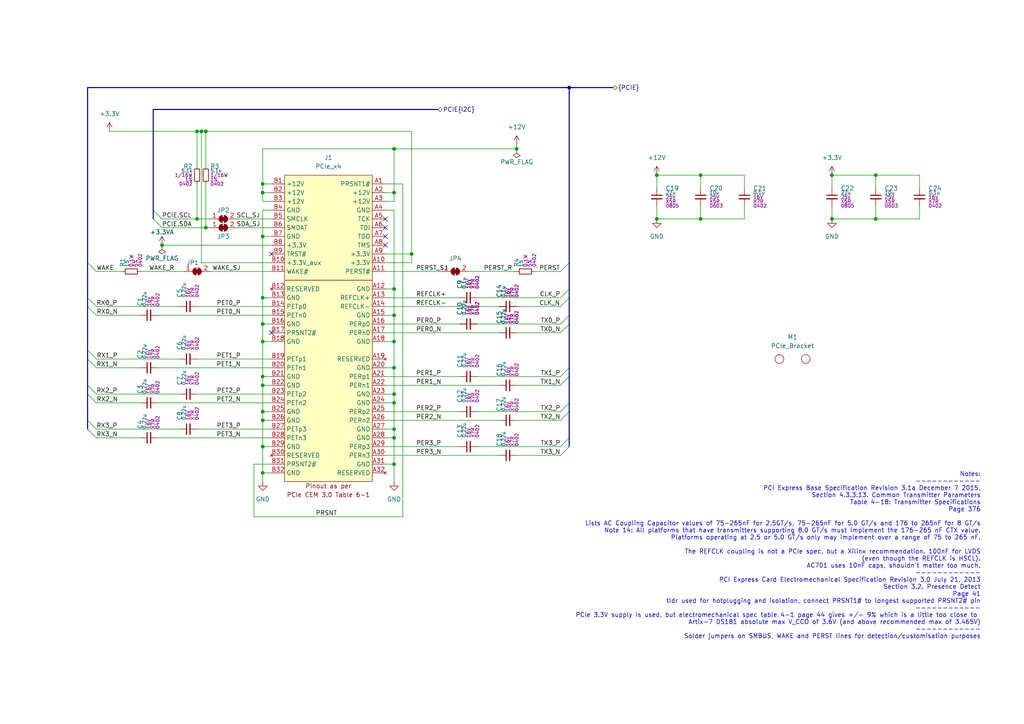
<source format=kicad_sch>
(kicad_sch (version 20230121) (generator eeschema)
  (paper "A4")
  (title_block (title "PCIeDMA") (date "2023-02-14") (rev "1"))
  (lib_symbols
    (symbol "Device:C_Small" (pin_numbers hide) (pin_names (offset 0.254) hide)
      (property "Reference" "C" (at 0.254 1.778 0))
      (property "Value" "C_Small" (at 0.254 -2.032 0))
      (symbol "C_Small_0_1"
        (polyline (pts (xy -1.524 -0.508) (xy 1.524 -0.508)) (stroke (width 0.3302)))
        (polyline (pts (xy -1.524 0.508) (xy 1.524 0.508)) (stroke (width 0.3048)))
      )
      (symbol "C_Small_1_1"
        (pin passive line (at 0 2.54 270) (length 2.032) (name "~") (number "1"))
        (pin passive line (at 0 -2.54 90) (length 2.032) (name "~") (number "2"))
      )
    )
    (symbol "Device:R_Small" (pin_numbers hide) (pin_names (offset 0.254) hide)
      (property "Reference" "R" (at 0.762 0.508 0))
      (property "Value" "R_Small" (at 0.762 -1.016 0))
      (symbol "R_Small_0_1"
        (rectangle (start -0.762 1.778) (end 0.762 -1.778) (stroke (width 0.2032)))
      )
      (symbol "R_Small_1_1"
        (pin passive line (at 0 2.54 270) (length 0.762) (name "~") (number "1"))
        (pin passive line (at 0 -2.54 90) (length 0.762) (name "~") (number "2"))
      )
    )
    (symbol "Jumper:SolderJumper_2_Bridged" (pin_names (offset 0) hide)
      (property "Reference" "JP" (at 0 2.032 0))
      (property "Value" "SolderJumper_2_Bridged" (at 0 -2.54 0))
      (symbol "SolderJumper_2_Bridged_0_1"
        (rectangle (start -0.508 0.508) (end 0.508 -0.508) (fill (type outline)))
        (arc (start -0.254 1.016) (mid -1.2656 0) (end -0.254 -1.016))
        (arc (start -0.254 1.016) (mid -1.2656 0) (end -0.254 -1.016) (fill (type outline)))
        (polyline (pts (xy -0.254 1.016) (xy -0.254 -1.016)))
        (polyline (pts (xy 0.254 1.016) (xy 0.254 -1.016)))
        (arc (start 0.254 -1.016) (mid 1.2656 0) (end 0.254 1.016))
        (arc (start 0.254 -1.016) (mid 1.2656 0) (end 0.254 1.016) (fill (type outline)))
      )
      (symbol "SolderJumper_2_Bridged_1_1"
        (pin passive line (at -3.81 0 0) (length 2.54) (name "A") (number "1"))
        (pin passive line (at 3.81 0 180) (length 2.54) (name "B") (number "2"))
      )
    )
    (symbol "PCIeDMA:PCIe_Bracket" (in_bom no)
      (property "Reference" "M" (at 0 3.81 0))
      (property "Value" "PCIe_Bracket" (at 0 1.27 0))
      (symbol "PCIe_Bracket_0_1"
        (circle (center -3.81 -2.54) (radius 1.27))
        (circle (center 3.81 -2.54) (radius 1.27))
      )
    )
    (symbol "PCIeDMA:PCIe_x4" (in_bom no)
      (property "Reference" "J" (at 0 1.27 0))
      (property "Value" "PCIe_x4" (at 0 3.81 0))
      (symbol "PCIe_x4_0_0"
        (text "PCIe CEM 3.0 Table 6-1" (at 0 -92.71 0) (effects (font (size 1.27 1.27))))
        (text "Pinout as per" (at 0 -90.17 0) (effects (font (size 1.27 1.27))))
      )
      (symbol "PCIe_x4_0_1"
        (rectangle (start -12.7 -30.48) (end 12.7 -88.9) (fill (type background)))
        (rectangle (start -12.7 0) (end 12.7 -30.48) (fill (type background)))
      )
      (symbol "PCIe_x4_1_1"
        (pin passive line (at 16.51 -2.54 180) (length 3.81) (name "PRSNT1#") (number "A1"))
        (pin power_in line (at 16.51 -25.4 180) (length 3.81) (name "+3.3V") (number "A10"))
        (pin open_collector line (at 16.51 -27.94 180) (length 3.81) (name "PERST#") (number "A11"))
        (pin power_in line (at 16.51 -33.02 180) (length 3.81) (name "GND") (number "A12"))
        (pin output line (at 16.51 -35.56 180) (length 3.81) (name "REFCLK+") (number "A13"))
        (pin output line (at 16.51 -38.1 180) (length 3.81) (name "REFCLK-") (number "A14"))
        (pin power_in line (at 16.51 -40.64 180) (length 3.81) (name "GND") (number "A15"))
        (pin input line (at 16.51 -43.18 180) (length 3.81) (name "PERp0") (number "A16"))
        (pin input line (at 16.51 -45.72 180) (length 3.81) (name "PERn0") (number "A17"))
        (pin power_in line (at 16.51 -48.26 180) (length 3.81) (name "GND") (number "A18"))
        (pin no_connect line (at 16.51 -53.34 180) (length 3.81) (name "RESERVED") (number "A19"))
        (pin power_in line (at 16.51 -5.08 180) (length 3.81) (name "+12V") (number "A2"))
        (pin power_in line (at 16.51 -55.88 180) (length 3.81) (name "GND") (number "A20"))
        (pin input line (at 16.51 -58.42 180) (length 3.81) (name "PERp1") (number "A21"))
        (pin input line (at 16.51 -60.96 180) (length 3.81) (name "PERn1") (number "A22"))
        (pin power_in line (at 16.51 -63.5 180) (length 3.81) (name "GND") (number "A23"))
        (pin power_in line (at 16.51 -66.04 180) (length 3.81) (name "GND") (number "A24"))
        (pin input line (at 16.51 -68.58 180) (length 3.81) (name "PERp2") (number "A25"))
        (pin input line (at 16.51 -71.12 180) (length 3.81) (name "PERn2") (number "A26"))
        (pin power_in line (at 16.51 -73.66 180) (length 3.81) (name "GND") (number "A27"))
        (pin power_in line (at 16.51 -76.2 180) (length 3.81) (name "GND") (number "A28"))
        (pin input line (at 16.51 -78.74 180) (length 3.81) (name "PERp3") (number "A29"))
        (pin power_in line (at 16.51 -7.62 180) (length 3.81) (name "+12V") (number "A3"))
        (pin input line (at 16.51 -81.28 180) (length 3.81) (name "PERn3") (number "A30"))
        (pin power_in line (at 16.51 -83.82 180) (length 3.81) (name "GND") (number "A31"))
        (pin no_connect line (at 16.51 -86.36 180) (length 3.81) (name "RESERVED") (number "A32"))
        (pin power_in line (at 16.51 -10.16 180) (length 3.81) (name "GND") (number "A4"))
        (pin output line (at 16.51 -12.7 180) (length 3.81) (name "TCK") (number "A5"))
        (pin output line (at 16.51 -15.24 180) (length 3.81) (name "TDI") (number "A6"))
        (pin input line (at 16.51 -17.78 180) (length 3.81) (name "TDO") (number "A7"))
        (pin output line (at 16.51 -20.32 180) (length 3.81) (name "TMS") (number "A8"))
        (pin power_in line (at 16.51 -22.86 180) (length 3.81) (name "+3.3V") (number "A9"))
        (pin power_in line (at -16.51 -2.54 0) (length 3.81) (name "+12V") (number "B1"))
        (pin power_in line (at -16.51 -25.4 0) (length 3.81) (name "+3.3V_aux") (number "B10"))
        (pin open_collector line (at -16.51 -27.94 0) (length 3.81) (name "WAKE#") (number "B11"))
        (pin no_connect line (at -16.51 -33.02 0) (length 3.81) (name "RESERVED") (number "B12"))
        (pin power_in line (at -16.51 -35.56 0) (length 3.81) (name "GND") (number "B13"))
        (pin output line (at -16.51 -38.1 0) (length 3.81) (name "PETp0") (number "B14"))
        (pin output line (at -16.51 -40.64 0) (length 3.81) (name "PETn0") (number "B15"))
        (pin power_in line (at -16.51 -43.18 0) (length 3.81) (name "GND") (number "B16"))
        (pin passive line (at -16.51 -45.72 0) (length 3.81) (name "PRSNT2#") (number "B17"))
        (pin power_in line (at -16.51 -48.26 0) (length 3.81) (name "GND") (number "B18"))
        (pin input line (at -16.51 -53.34 0) (length 3.81) (name "PETp1") (number "B19"))
        (pin power_in line (at -16.51 -5.08 0) (length 3.81) (name "+12V") (number "B2"))
        (pin input line (at -16.51 -55.88 0) (length 3.81) (name "PETn1") (number "B20"))
        (pin power_in line (at -16.51 -58.42 0) (length 3.81) (name "GND") (number "B21"))
        (pin power_in line (at -16.51 -60.96 0) (length 3.81) (name "GND") (number "B22"))
        (pin input line (at -16.51 -63.5 0) (length 3.81) (name "PETp2") (number "B23"))
        (pin input line (at -16.51 -66.04 0) (length 3.81) (name "PETn2") (number "B24"))
        (pin power_in line (at -16.51 -68.58 0) (length 3.81) (name "GND") (number "B25"))
        (pin power_in line (at -16.51 -71.12 0) (length 3.81) (name "GND") (number "B26"))
        (pin input line (at -16.51 -73.66 0) (length 3.81) (name "PETp3") (number "B27"))
        (pin input line (at -16.51 -76.2 0) (length 3.81) (name "PETn3") (number "B28"))
        (pin power_in line (at -16.51 -78.74 0) (length 3.81) (name "GND") (number "B29"))
        (pin power_in line (at -16.51 -7.62 0) (length 3.81) (name "+12V") (number "B3"))
        (pin no_connect line (at -16.51 -81.28 0) (length 3.81) (name "RESERVED") (number "B30"))
        (pin passive line (at -16.51 -83.82 0) (length 3.81) (name "PRSNT2#") (number "B31"))
        (pin power_in line (at -16.51 -86.36 0) (length 3.81) (name "GND") (number "B32"))
        (pin power_in line (at -16.51 -10.16 0) (length 3.81) (name "GND") (number "B4"))
        (pin open_collector line (at -16.51 -12.7 0) (length 3.81) (name "SMCLK") (number "B5"))
        (pin bidirectional line (at -16.51 -15.24 0) (length 3.81) (name "SMDAT") (number "B6"))
        (pin power_in line (at -16.51 -17.78 0) (length 3.81) (name "GND") (number "B7"))
        (pin power_in line (at -16.51 -20.32 0) (length 3.81) (name "+3.3V") (number "B8"))
        (pin bidirectional line (at -16.51 -22.86 0) (length 3.81) (name "TRST#") (number "B9"))
      )
    )
    (symbol "power:+12V" (power) (pin_names (offset 0))
      (property "Value" "+12V" (at 0 3.556 0))
      (symbol "+12V_0_1"
        (polyline (pts (xy -0.762 1.27) (xy 0 2.54)))
        (polyline (pts (xy 0 0) (xy 0 2.54)))
        (polyline (pts (xy 0 2.54) (xy 0.762 1.27)))
      )
      (symbol "+12V_1_1"
        (pin power_in line (at 0 0 90) (length 0) hide (name "+12V") (number "1"))
      )
    )
    (symbol "power:+3.3V" (power) (pin_names (offset 0))
      (property "Value" "+3.3V" (at 0 3.556 0))
      (symbol "+3.3V_0_1"
        (polyline (pts (xy -0.762 1.27) (xy 0 2.54)))
        (polyline (pts (xy 0 0) (xy 0 2.54)))
        (polyline (pts (xy 0 2.54) (xy 0.762 1.27)))
      )
      (symbol "+3.3V_1_1"
        (pin power_in line (at 0 0 90) (length 0) hide (name "+3.3V") (number "1"))
      )
    )
    (symbol "power:+3.3VA" (power) (pin_names (offset 0))
      (property "Value" "+3.3VA" (at 0 3.556 0))
      (symbol "+3.3VA_0_1"
        (polyline (pts (xy -0.762 1.27) (xy 0 2.54)))
        (polyline (pts (xy 0 0) (xy 0 2.54)))
        (polyline (pts (xy 0 2.54) (xy 0.762 1.27)))
      )
      (symbol "+3.3VA_1_1"
        (pin power_in line (at 0 0 90) (length 0) hide (name "+3.3VA") (number "1"))
      )
    )
    (symbol "power:GND" (power) (pin_names (offset 0))
      (property "Value" "GND" (at 0 -3.81 0))
      (symbol "GND_0_1"
        (polyline (pts (xy 0 0) (xy 0 -1.27) (xy 1.27 -1.27) (xy 0 -2.54) (xy -1.27 -1.27) (xy 0 -1.27)))
      )
      (symbol "GND_1_1"
        (pin power_in line (at 0 0 270) (length 0) hide (name "GND") (number "1"))
      )
    )
    (symbol "power:PWR_FLAG" (power) (pin_numbers hide) (pin_names (offset 0) hide)
      (property "Value" "PWR_FLAG" (at 0 3.81 0))
      (symbol "PWR_FLAG_0_0"
        (pin power_out line (at 0 0 90) (length 0) (name "pwr") (number "1"))
      )
      (symbol "PWR_FLAG_0_1"
        (polyline (pts (xy 0 0) (xy 0 1.27) (xy -1.016 1.905) (xy 0 2.54) (xy 1.016 1.905) (xy 0 1.27)))
      )
    )
  )
  (bus_alias "PCIE" (members "CLK_P" "CLK_N" "PERST" "WAKE" "RX0_P" "RX1_P" "RX2_P" "RX3_P" "RX0_N" "RX1_N" "RX2_N" "RX3_N" "TX0_P" "TX1_P" "TX2_P" "TX3_P" "TX0_N" "TX1_N" "TX2_N" "TX3_N"))
  (junction (at 114.3 116.84))
  (junction (at 114.3 134.62))
  (junction (at 114.3 124.46))
  (junction (at 203.2 50.8))
  (junction (at 165.1 25.4))
  (junction (at 149.86 43.18))
  (junction (at 76.2 55.88))
  (junction (at 57.15 38.1))
  (junction (at 114.3 99.06))
  (junction (at 190.5 63.5))
  (junction (at 57.15 63.5))
  (junction (at 58.42 38.1))
  (junction (at 46.99 71.12))
  (junction (at 59.69 66.04))
  (junction (at 76.2 137.16))
  (junction (at 254 50.8))
  (junction (at 76.2 86.36))
  (junction (at 114.3 114.3))
  (junction (at 241.3 63.5))
  (junction (at 76.2 121.92))
  (junction (at 119.38 73.66))
  (junction (at 114.3 55.88))
  (junction (at 59.69 38.1))
  (junction (at 114.3 91.44))
  (junction (at 114.3 43.18))
  (junction (at 254 63.5))
  (junction (at 190.5 50.8))
  (junction (at 241.3 50.8))
  (junction (at 114.3 83.82))
  (junction (at 203.2 63.5))
  (junction (at 76.2 99.06))
  (junction (at 76.2 111.76))
  (junction (at 114.3 106.68))
  (junction (at 76.2 129.54))
  (junction (at 114.3 127))
  (junction (at 76.2 53.34))
  (junction (at 76.2 119.38))
  (junction (at 76.2 109.22))
  (junction (at 76.2 93.98))
  (junction (at 76.2 68.58))
  (no_connect (at 78.74 73.66))
  (no_connect (at 111.76 63.5))
  (no_connect (at 111.76 68.58))
  (no_connect (at 78.74 96.52))
  (no_connect (at 111.76 71.12))
  (no_connect (at 111.76 66.04))
  (bus_entry (at 162.56 129.54) (size 2.54 -2.54))
  (bus_entry (at 162.56 96.52) (size 2.54 -2.54))
  (bus_entry (at 44.45 60.96) (size 2.54 2.54))
  (bus_entry (at 27.94 127) (size -2.54 -2.54))
  (bus_entry (at 27.94 88.9) (size -2.54 -2.54))
  (bus_entry (at 162.56 121.92) (size 2.54 -2.54))
  (bus_entry (at 27.94 91.44) (size -2.54 -2.54))
  (bus_entry (at 27.94 124.46) (size -2.54 -2.54))
  (bus_entry (at 162.56 78.74) (size 2.54 -2.54))
  (bus_entry (at 162.56 93.98) (size 2.54 -2.54))
  (bus_entry (at 162.56 119.38) (size 2.54 -2.54))
  (bus_entry (at 27.94 116.84) (size -2.54 -2.54))
  (bus_entry (at 162.56 109.22) (size 2.54 -2.54))
  (bus_entry (at 165.1 86.36) (size -2.54 2.54))
  (bus_entry (at 25.4 76.2) (size 2.54 2.54))
  (bus_entry (at 162.56 111.76) (size 2.54 -2.54))
  (bus_entry (at 162.56 132.08) (size 2.54 -2.54))
  (bus_entry (at 27.94 114.3) (size -2.54 -2.54))
  (bus_entry (at 27.94 106.68) (size -2.54 -2.54))
  (bus_entry (at 44.45 63.5) (size 2.54 2.54))
  (bus_entry (at 165.1 83.82) (size -2.54 2.54))
  (bus_entry (at 27.94 104.14) (size -2.54 -2.54))
  (wire (pts (xy 31.75 38.1) (xy 57.15 38.1)))
  (wire (pts (xy 76.2 111.76) (xy 78.74 111.76)))
  (bus (pts (xy 165.1 93.98) (xy 165.1 106.68)))
  (wire (pts (xy 111.76 96.52) (xy 144.78 96.52)))
  (wire (pts (xy 46.99 66.04) (xy 59.69 66.04)))
  (wire (pts (xy 114.3 99.06) (xy 114.3 91.44)))
  (wire (pts (xy 78.74 91.44) (xy 45.72 91.44)))
  (bus (pts (xy 165.1 83.82) (xy 165.1 86.36)))
  (bus (pts (xy 165.1 109.22) (xy 165.1 116.84)))
  (wire (pts (xy 76.2 119.38) (xy 78.74 119.38)))
  (wire (pts (xy 114.3 134.62) (xy 114.3 139.7)))
  (wire (pts (xy 114.3 116.84) (xy 114.3 114.3)))
  (wire (pts (xy 111.76 76.2) (xy 119.38 76.2)))
  (wire (pts (xy 27.94 78.74) (xy 35.56 78.74)))
  (wire (pts (xy 149.86 111.76) (xy 162.56 111.76)))
  (wire (pts (xy 59.69 38.1) (xy 119.38 38.1)))
  (wire (pts (xy 266.7 50.8) (xy 266.7 54.61)))
  (wire (pts (xy 78.74 127) (xy 45.72 127)))
  (wire (pts (xy 138.43 93.98) (xy 162.56 93.98)))
  (wire (pts (xy 76.2 68.58) (xy 76.2 86.36)))
  (wire (pts (xy 76.2 43.18) (xy 114.3 43.18)))
  (wire (pts (xy 73.66 149.86) (xy 73.66 134.62)))
  (bus (pts (xy 165.1 91.44) (xy 165.1 93.98)))
  (wire (pts (xy 154.94 78.74) (xy 162.56 78.74)))
  (wire (pts (xy 52.07 114.3) (xy 27.94 114.3)))
  (wire (pts (xy 59.69 38.1) (xy 59.69 48.26)))
  (wire (pts (xy 57.15 63.5) (xy 60.96 63.5)))
  (wire (pts (xy 116.84 149.86) (xy 73.66 149.86)))
  (wire (pts (xy 68.58 66.04) (xy 78.74 66.04)))
  (wire (pts (xy 78.74 106.68) (xy 45.72 106.68)))
  (wire (pts (xy 59.69 53.34) (xy 59.69 66.04)))
  (wire (pts (xy 111.76 73.66) (xy 119.38 73.66)))
  (bus (pts (xy 25.4 111.76) (xy 25.4 114.3)))
  (wire (pts (xy 241.3 50.8) (xy 254 50.8)))
  (wire (pts (xy 149.86 132.08) (xy 162.56 132.08)))
  (wire (pts (xy 76.2 53.34) (xy 76.2 43.18)))
  (wire (pts (xy 215.9 50.8) (xy 215.9 54.61)))
  (wire (pts (xy 78.74 116.84) (xy 45.72 116.84)))
  (wire (pts (xy 138.43 109.22) (xy 162.56 109.22)))
  (wire (pts (xy 59.69 66.04) (xy 60.96 66.04)))
  (wire (pts (xy 76.2 137.16) (xy 76.2 139.7)))
  (wire (pts (xy 114.3 124.46) (xy 114.3 116.84)))
  (wire (pts (xy 111.76 88.9) (xy 144.78 88.9)))
  (wire (pts (xy 254 63.5) (xy 266.7 63.5)))
  (wire (pts (xy 149.86 41.91) (xy 149.86 43.18)))
  (wire (pts (xy 76.2 86.36) (xy 78.74 86.36)))
  (bus (pts (xy 25.4 104.14) (xy 25.4 111.76)))
  (wire (pts (xy 138.43 119.38) (xy 162.56 119.38)))
  (bus (pts (xy 44.45 60.96) (xy 44.45 63.5)))
  (bus (pts (xy 44.45 31.75) (xy 127 31.75)))
  (wire (pts (xy 40.64 106.68) (xy 27.94 106.68)))
  (wire (pts (xy 254 59.69) (xy 254 63.5)))
  (wire (pts (xy 52.07 104.14) (xy 27.94 104.14)))
  (bus (pts (xy 25.4 114.3) (xy 25.4 121.92)))
  (wire (pts (xy 46.99 71.12) (xy 78.74 71.12)))
  (wire (pts (xy 111.76 121.92) (xy 144.78 121.92)))
  (wire (pts (xy 111.76 106.68) (xy 114.3 106.68)))
  (bus (pts (xy 165.1 25.4) (xy 177.8 25.4)))
  (wire (pts (xy 76.2 129.54) (xy 78.74 129.54)))
  (wire (pts (xy 215.9 63.5) (xy 215.9 59.69)))
  (wire (pts (xy 254 63.5) (xy 241.3 63.5)))
  (wire (pts (xy 76.2 68.58) (xy 78.74 68.58)))
  (wire (pts (xy 58.42 38.1) (xy 59.69 38.1)))
  (wire (pts (xy 78.74 124.46) (xy 57.15 124.46)))
  (wire (pts (xy 190.5 50.8) (xy 203.2 50.8)))
  (wire (pts (xy 114.3 83.82) (xy 114.3 60.96)))
  (wire (pts (xy 119.38 38.1) (xy 119.38 73.66)))
  (bus (pts (xy 165.1 106.68) (xy 165.1 109.22)))
  (bus (pts (xy 25.4 25.4) (xy 25.4 76.2)))
  (wire (pts (xy 58.42 76.2) (xy 58.42 38.1)))
  (bus (pts (xy 25.4 76.2) (xy 25.4 86.36)))
  (wire (pts (xy 111.76 114.3) (xy 114.3 114.3)))
  (wire (pts (xy 76.2 53.34) (xy 78.74 53.34)))
  (wire (pts (xy 76.2 55.88) (xy 78.74 55.88)))
  (wire (pts (xy 114.3 60.96) (xy 111.76 60.96)))
  (wire (pts (xy 78.74 60.96) (xy 76.2 60.96)))
  (wire (pts (xy 76.2 129.54) (xy 76.2 137.16)))
  (wire (pts (xy 254 50.8) (xy 266.7 50.8)))
  (wire (pts (xy 68.58 63.5) (xy 78.74 63.5)))
  (bus (pts (xy 165.1 76.2) (xy 165.1 83.82)))
  (wire (pts (xy 116.84 53.34) (xy 116.84 149.86)))
  (wire (pts (xy 76.2 137.16) (xy 78.74 137.16)))
  (wire (pts (xy 76.2 119.38) (xy 76.2 121.92)))
  (wire (pts (xy 78.74 104.14) (xy 57.15 104.14)))
  (bus (pts (xy 165.1 25.4) (xy 165.1 76.2)))
  (wire (pts (xy 52.07 88.9) (xy 27.94 88.9)))
  (wire (pts (xy 40.64 127) (xy 27.94 127)))
  (bus (pts (xy 165.1 116.84) (xy 165.1 119.38)))
  (wire (pts (xy 111.76 86.36) (xy 133.35 86.36)))
  (bus (pts (xy 165.1 86.36) (xy 165.1 91.44)))
  (wire (pts (xy 190.5 50.8) (xy 190.5 54.61)))
  (wire (pts (xy 57.15 53.34) (xy 57.15 63.5)))
  (wire (pts (xy 111.76 132.08) (xy 144.78 132.08)))
  (wire (pts (xy 203.2 50.8) (xy 215.9 50.8)))
  (wire (pts (xy 114.3 114.3) (xy 114.3 106.68)))
  (wire (pts (xy 78.74 58.42) (xy 76.2 58.42)))
  (wire (pts (xy 266.7 63.5) (xy 266.7 59.69)))
  (wire (pts (xy 111.76 119.38) (xy 133.35 119.38)))
  (wire (pts (xy 114.3 106.68) (xy 114.3 99.06)))
  (wire (pts (xy 73.66 134.62) (xy 78.74 134.62)))
  (wire (pts (xy 40.64 116.84) (xy 27.94 116.84)))
  (wire (pts (xy 241.3 59.69) (xy 241.3 63.5)))
  (bus (pts (xy 25.4 86.36) (xy 25.4 88.9)))
  (wire (pts (xy 76.2 93.98) (xy 76.2 99.06)))
  (wire (pts (xy 114.3 55.88) (xy 114.3 43.18)))
  (wire (pts (xy 203.2 63.5) (xy 215.9 63.5)))
  (wire (pts (xy 254 50.8) (xy 254 54.61)))
  (bus (pts (xy 25.4 25.4) (xy 165.1 25.4)))
  (wire (pts (xy 52.07 124.46) (xy 27.94 124.46)))
  (bus (pts (xy 25.4 88.9) (xy 25.4 101.6)))
  (wire (pts (xy 111.76 99.06) (xy 114.3 99.06)))
  (wire (pts (xy 114.3 58.42) (xy 114.3 55.88)))
  (wire (pts (xy 111.76 58.42) (xy 114.3 58.42)))
  (wire (pts (xy 76.2 55.88) (xy 76.2 53.34)))
  (wire (pts (xy 114.3 134.62) (xy 114.3 127)))
  (wire (pts (xy 111.76 53.34) (xy 116.84 53.34)))
  (wire (pts (xy 138.43 129.54) (xy 162.56 129.54)))
  (wire (pts (xy 57.15 38.1) (xy 57.15 48.26)))
  (wire (pts (xy 40.64 78.74) (xy 53.34 78.74)))
  (wire (pts (xy 78.74 114.3) (xy 57.15 114.3)))
  (wire (pts (xy 76.2 99.06) (xy 76.2 109.22)))
  (wire (pts (xy 111.76 116.84) (xy 114.3 116.84)))
  (wire (pts (xy 111.76 93.98) (xy 133.35 93.98)))
  (wire (pts (xy 114.3 43.18) (xy 149.86 43.18)))
  (bus (pts (xy 165.1 127) (xy 165.1 129.54)))
  (wire (pts (xy 60.96 78.74) (xy 78.74 78.74)))
  (wire (pts (xy 111.76 78.74) (xy 128.27 78.74)))
  (bus (pts (xy 165.1 119.38) (xy 165.1 127)))
  (wire (pts (xy 76.2 86.36) (xy 76.2 93.98)))
  (bus (pts (xy 44.45 31.75) (xy 44.45 60.96)))
  (wire (pts (xy 40.64 91.44) (xy 27.94 91.44)))
  (wire (pts (xy 203.2 50.8) (xy 203.2 54.61)))
  (wire (pts (xy 78.74 88.9) (xy 57.15 88.9)))
  (wire (pts (xy 111.76 134.62) (xy 114.3 134.62)))
  (wire (pts (xy 76.2 109.22) (xy 76.2 111.76)))
  (bus (pts (xy 25.4 121.92) (xy 25.4 124.46)))
  (wire (pts (xy 111.76 83.82) (xy 114.3 83.82)))
  (wire (pts (xy 76.2 99.06) (xy 78.74 99.06)))
  (wire (pts (xy 190.5 59.69) (xy 190.5 63.5)))
  (wire (pts (xy 57.15 38.1) (xy 58.42 38.1)))
  (bus (pts (xy 25.4 101.6) (xy 25.4 104.14)))
  (wire (pts (xy 149.86 88.9) (xy 162.56 88.9)))
  (wire (pts (xy 76.2 93.98) (xy 78.74 93.98)))
  (wire (pts (xy 119.38 76.2) (xy 119.38 73.66)))
  (wire (pts (xy 138.43 86.36) (xy 162.56 86.36)))
  (wire (pts (xy 111.76 91.44) (xy 114.3 91.44)))
  (wire (pts (xy 76.2 121.92) (xy 78.74 121.92)))
  (wire (pts (xy 241.3 50.8) (xy 241.3 54.61)))
  (wire (pts (xy 111.76 124.46) (xy 114.3 124.46)))
  (wire (pts (xy 149.86 96.52) (xy 162.56 96.52)))
  (wire (pts (xy 111.76 127) (xy 114.3 127)))
  (wire (pts (xy 46.99 63.5) (xy 57.15 63.5)))
  (wire (pts (xy 78.74 76.2) (xy 58.42 76.2)))
  (wire (pts (xy 76.2 121.92) (xy 76.2 129.54)))
  (wire (pts (xy 76.2 58.42) (xy 76.2 55.88)))
  (wire (pts (xy 111.76 109.22) (xy 133.35 109.22)))
  (wire (pts (xy 111.76 55.88) (xy 114.3 55.88)))
  (wire (pts (xy 111.76 111.76) (xy 144.78 111.76)))
  (wire (pts (xy 111.76 129.54) (xy 133.35 129.54)))
  (wire (pts (xy 203.2 59.69) (xy 203.2 63.5)))
  (wire (pts (xy 203.2 63.5) (xy 190.5 63.5)))
  (wire (pts (xy 114.3 127) (xy 114.3 124.46)))
  (wire (pts (xy 76.2 109.22) (xy 78.74 109.22)))
  (wire (pts (xy 76.2 60.96) (xy 76.2 68.58)))
  (wire (pts (xy 114.3 91.44) (xy 114.3 83.82)))
  (wire (pts (xy 76.2 111.76) (xy 76.2 119.38)))
  (wire (pts (xy 149.86 121.92) (xy 162.56 121.92)))
  (wire (pts (xy 135.89 78.74) (xy 149.86 78.74)))
  (text "Notes:\n------------\nPCI Express Base Specification Revision 3.1a December 7 2015,\nSection 4.3.3.13. Common Transmitter Parameters\nTable 4-18: Transmitter Specifications\nPage 376\n\nLists AC Coupling Capacitor values of 75-265nF for 2.5GT/s, 75-265nF for 5.0 GT/s and 176 to 265nF for 8 GT/s\nNote 14: All platforms that have transmitters supporting 8.0 GT/s must implement the 176-265 nF CTX value.\n  Platforms operating at 2.5 or 5.0 GT/s only may implement over a range of 75 to 265 nF.\n\nThe REFCLK coupling is not a PCIe spec, but a Xilinx recommendation. 100nF for LVDS\n(even though the REFCLK is HSCL).\nAC701 uses 10nF caps, shouldn't matter too much.\n------------\nPCI Express Card Electromechanical Specification Revision 3.0 July 21, 2013\nSection 3.2. Presence Detect\nPage 41\ntldr used for hotplugging and isolation, connect PRSNT1# to longest supported PRSNT2# pin\n------------\nPCIe 3.3V supply is used, but electromechanical spec table 4-1 page 44 gives +/- 9% which is a little too close to \nArtix-7 DS181 absolute max V_CCO of 3.6V (and above recommended max of 3.465V)\n------------\nSolder jumpers on SMBUS, WAKE and PERST lines for detection/customisation purposes" (at 284.48 185.42 0) (effects (font (size 1.27 1.27)) (justify right bottom)))
  (label "PET1_N" (at 69.85 106.68 180))
  (label "RX1_N" (at 27.94 106.68 0))
  (label "TX1_N" (at 162.56 111.76 180))
  (label "PER1_N" (at 120.65 111.76 0))
  (label "PER0_P" (at 120.65 93.98 0))
  (label "PER3_N" (at 120.65 132.08 0))
  (label "PET0_P" (at 69.85 88.9 180))
  (label "PRSNT" (at 97.79 149.86 180))
  (label "CLK_N" (at 162.4343 88.9 180))
  (label "WAKE" (at 27.94 78.74 0))
  (label "WAKE_SJ" (at 69.85 78.74 180))
  (label "TX3_N" (at 162.56 132.08 180))
  (label "RX3_N" (at 27.94 127 0))
  (label "REFCLK+" (at 120.65 86.36 0))
  (label "PER2_P" (at 120.65 119.38 0))
  (label "PCIE.SCL" (at 46.99 63.5 0))
  (label "SCL_SJ" (at 68.58 63.5 0))
  (label "REFCLK-" (at 120.65 88.9 0))
  (label "TX0_P" (at 162.56 93.98 180))
  (label "CLK_P" (at 162.56 86.36 180))
  (label "RX1_P" (at 28.0067 104.14 0))
  (label "PCIE.SDA" (at 46.99 66.04 0))
  (label "WAKE_R" (at 43.18 78.74 0))
  (label "PERST_SJ" (at 120.65 78.74 0))
  (label "PERST_R" (at 148.59 78.74 180))
  (label "PET2_P" (at 69.85 114.3 180))
  (label "PER0_N" (at 120.65 96.52 0))
  (label "TX2_N" (at 162.56 121.92 180))
  (label "TX3_P" (at 162.56 129.54 180))
  (label "TX0_N" (at 162.56 96.52 180))
  (label "RX2_N" (at 27.999 116.84 0))
  (label "PET2_N" (at 69.85 116.84 180))
  (label "PET1_P" (at 69.85 104.14 180))
  (label "PET3_P" (at 69.85 124.46 180))
  (label "RX0_N" (at 27.999 91.44 0))
  (label "RX2_P" (at 27.94 114.3 0))
  (label "TX2_P" (at 162.56 119.38 180))
  (label "RX3_P" (at 27.94 124.46 0))
  (label "PERST" (at 162.4343 78.74 180))
  (label "PER3_P" (at 120.65 129.54 0))
  (label "PET3_N" (at 69.85 127 180))
  (label "SDA_SJ" (at 68.58 66.04 0))
  (label "PER1_P" (at 120.65 109.22 0))
  (label "PET0_N" (at 69.85 91.44 180))
  (label "TX1_P" (at 162.56 109.22 180))
  (label "RX0_P" (at 27.94 88.9 0))
  (label "PER2_N" (at 120.65 121.92 0))
  (hierarchical_label "PCIE{I2C}" (shape bidirectional) (at 127 31.75 0))
  (hierarchical_label "{PCIE}" (shape bidirectional) (at 177.8 25.4 0))
  (symbol (lib_id "power:GND") (at 190.5 63.5 0) (unit 1)
    (property "Reference" "#PWR07" (effects hide))
    (property "Value" "GND" (at 190.5 68.58 0))
  )
  (symbol (lib_id "Device:C_Small") (at 147.32 96.52 90) (unit 1)
    (property "Reference" "C15" (at 144.78 93.98 0) (effects (justify left)))
    (property "Value" "0.22u" (at 146.05 93.98 0) (effects (font (size 1 1)) (justify left)))
    (property "Footprint" "Capacitor_SMD:C_0402_1005Metric" (effects hide))
    (property "Rating" "16V" (at 147.32 93.98 0) (effects (font (size 1 1)) (justify left)))
    (property "Class" "X7R" (at 148.59 93.98 0) (effects (font (size 1 1)) (justify left)))
    (property "Size" "0402" (at 149.86 93.98 0) (effects (font (size 1 1)) (justify left)))
  )
  (symbol (lib_id "Jumper:SolderJumper_2_Bridged") (at 64.77 63.5 0) (unit 1)
    (property "Reference" "JP2" (at 64.77 60.96 0))
    (property "Value" "SolderJumper_2_Bridged" (effects hide))
    (property "Footprint" "Jumper:SolderJumper-2_P1.3mm_Bridged_RoundedPad1.0x1.5mm" (effects hide))
  )
  (symbol (lib_id "Device:C_Small") (at 54.61 124.46 90) (unit 1)
    (property "Reference" "C8" (at 52.07 121.92 0) (effects (justify left)))
    (property "Value" "0.22u" (at 53.34 121.92 0) (effects (font (size 1 1)) (justify left)))
    (property "Footprint" "Capacitor_SMD:C_0402_1005Metric" (effects hide))
    (property "Rating" "16V" (at 54.61 121.92 0) (effects (font (size 1 1)) (justify left)))
    (property "Class" "X7R" (at 55.88 121.92 0) (effects (font (size 1 1)) (justify left)))
    (property "Size" "0402" (at 57.15 121.92 0) (effects (font (size 1 1)) (justify left)))
  )
  (symbol (lib_id "Device:C_Small") (at 135.89 93.98 90) (unit 1)
    (property "Reference" "C10" (at 133.35 91.44 0) (effects (justify left)))
    (property "Value" "0.22u" (at 134.62 91.44 0) (effects (font (size 1 1)) (justify left)))
    (property "Footprint" "Capacitor_SMD:C_0402_1005Metric" (effects hide))
    (property "Rating" "16V" (at 135.89 91.44 0) (effects (font (size 1 1)) (justify left)))
    (property "Class" "X7R" (at 137.16 91.44 0) (effects (font (size 1 1)) (justify left)))
    (property "Size" "0402" (at 138.43 91.44 0) (effects (font (size 1 1)) (justify left)))
  )
  (symbol (lib_id "Device:C_Small") (at 147.32 132.08 90) (unit 1)
    (property "Reference" "C18" (at 144.78 129.54 0) (effects (justify left)))
    (property "Value" "0.22u" (at 146.05 129.54 0) (effects (font (size 1 1)) (justify left)))
    (property "Footprint" "Capacitor_SMD:C_0402_1005Metric" (effects hide))
    (property "Rating" "16V" (at 147.32 129.54 0) (effects (font (size 1 1)) (justify left)))
    (property "Class" "X7R" (at 148.59 129.54 0) (effects (font (size 1 1)) (justify left)))
    (property "Size" "0402" (at 149.86 129.54 0) (effects (font (size 1 1)) (justify left)))
  )
  (symbol (lib_id "Device:C_Small") (at 43.18 91.44 90) (unit 1)
    (property "Reference" "C1" (at 40.64 88.9 0) (effects (justify left)))
    (property "Value" "0.22u" (at 41.91 88.9 0) (effects (font (size 1 1)) (justify left)))
    (property "Footprint" "Capacitor_SMD:C_0402_1005Metric" (effects hide))
    (property "Rating" "16V" (at 43.18 88.9 0) (effects (font (size 1 1)) (justify left)))
    (property "Class" "X7R" (at 44.45 88.9 0) (effects (font (size 1 1)) (justify left)))
    (property "Size" "0402" (at 45.72 88.9 0) (effects (font (size 1 1)) (justify left)))
  )
  (symbol (lib_id "power:+3.3VA") (at 46.99 71.12 0) (unit 1)
    (property "Reference" "#PWR02" (effects hide))
    (property "Value" "+3.3VA" (at 46.99 67.31 0))
  )
  (symbol (lib_id "Device:C_Small") (at 54.61 114.3 90) (unit 1)
    (property "Reference" "C7" (at 52.07 111.76 0) (effects (justify left)))
    (property "Value" "0.22u" (at 53.34 111.76 0) (effects (font (size 1 1)) (justify left)))
    (property "Footprint" "Capacitor_SMD:C_0402_1005Metric" (effects hide))
    (property "Rating" "16V" (at 54.61 111.76 0) (effects (font (size 1 1)) (justify left)))
    (property "Class" "X7R" (at 55.88 111.76 0) (effects (font (size 1 1)) (justify left)))
    (property "Size" "0402" (at 57.15 111.76 0) (effects (font (size 1 1)) (justify left)))
  )
  (symbol (lib_id "Device:C_Small") (at 147.32 111.76 90) (unit 1)
    (property "Reference" "C16" (at 144.78 109.22 0) (effects (justify left)))
    (property "Value" "0.22u" (at 146.05 109.22 0) (effects (font (size 1 1)) (justify left)))
    (property "Footprint" "Capacitor_SMD:C_0402_1005Metric" (effects hide))
    (property "Rating" "16V" (at 147.32 109.22 0) (effects (font (size 1 1)) (justify left)))
    (property "Class" "X7R" (at 148.59 109.22 0) (effects (font (size 1 1)) (justify left)))
    (property "Size" "0402" (at 149.86 109.22 0) (effects (font (size 1 1)) (justify left)))
  )
  (symbol (lib_id "power:+3.3V") (at 241.3 50.8 0) (unit 1)
    (property "Reference" "#PWR08" (effects hide))
    (property "Value" "+3.3V" (at 241.3 45.72 0))
  )
  (symbol (lib_id "Device:C_Small") (at 266.7 57.15 0) (unit 1)
    (property "Reference" "C24" (at 269.24 54.61 0) (effects (justify left)))
    (property "Value" "0.1u" (at 269.24 55.88 0) (effects (font (size 1 1)) (justify left)))
    (property "Footprint" "Capacitor_SMD:C_0402_1005Metric" (effects hide))
    (property "Rating" "16V" (at 269.24 57.15 0) (effects (font (size 1 1)) (justify left)))
    (property "Class" "X7R" (at 269.24 58.42 0) (effects (font (size 1 1)) (justify left)))
    (property "Size" "0402" (at 269.24 59.69 0) (effects (font (size 1 1)) (justify left)))
  )
  (symbol (lib_id "Device:C_Small") (at 54.61 88.9 90) (unit 1)
    (property "Reference" "C5" (at 52.07 86.36 0) (effects (justify left)))
    (property "Value" "0.22u" (at 53.34 86.36 0) (effects (font (size 1 1)) (justify left)))
    (property "Footprint" "Capacitor_SMD:C_0402_1005Metric" (effects hide))
    (property "Rating" "16V" (at 54.61 86.36 0) (effects (font (size 1 1)) (justify left)))
    (property "Class" "X7R" (at 55.88 86.36 0) (effects (font (size 1 1)) (justify left)))
    (property "Size" "0402" (at 57.15 86.36 0) (effects (font (size 1 1)) (justify left)))
  )
  (symbol (lib_id "Jumper:SolderJumper_2_Bridged") (at 132.08 78.74 0) (unit 1)
    (property "Reference" "JP4" (at 132.08 74.93 0))
    (property "Value" "SolderJumper_2_Bridged" (effects hide))
    (property "Footprint" "Jumper:SolderJumper-2_P1.3mm_Bridged_RoundedPad1.0x1.5mm" (effects hide))
  )
  (symbol (lib_id "power:GND") (at 114.3 139.7 0) (unit 1)
    (property "Reference" "#PWR04" (effects hide))
    (property "Value" "GND" (at 114.3 144.78 0))
  )
  (symbol (lib_id "Device:R_Small") (at 152.4 78.74 90) (unit 1)
    (property "Reference" "R4" (at 149.86 77.47 0) (effects (justify left)))
    (property "Value" "15" (at 151.13 77.47 0) (effects (font (size 1 1)) (justify left)))
    (property "Footprint" "Resistor_SMD:R_0402_1005Metric" (effects hide))
    (property "Rating" "0.1W" (at 152.4 77.47 0) (effects (font (size 1 1)) (justify left)))
    (property "Tolerance" "5%" (at 153.67 77.47 0) (effects (font (size 1 1)) (justify left)))
    (property "Size" "0402" (at 154.94 77.47 0) (effects (font (size 1 1)) (justify left)))
  )
  (symbol (lib_id "Device:R_Small") (at 59.69 50.8 0) (unit 1)
    (property "Reference" "R3" (at 60.96 48.26 0) (effects (justify left)))
    (property "Value" "5.1k" (at 60.96 49.53 0) (effects (font (size 1 1)) (justify left)))
    (property "Footprint" "Resistor_SMD:R_0402_1005Metric" (effects hide))
    (property "Rating" "1/16W" (at 60.96 50.8 0) (effects (font (size 1 1)) (justify left)))
    (property "Tolerance" "1%" (at 60.96 52.07 0) (effects (font (size 1 1)) (justify left)))
    (property "Size" "0402" (at 60.96 53.34 0) (effects (font (size 1 1)) (justify left)))
  )
  (symbol (lib_id "power:+12V") (at 190.5 50.8 0) (unit 1)
    (property "Reference" "#PWR06" (effects hide))
    (property "Value" "+12V" (at 190.5 45.72 0))
  )
  (symbol (lib_id "Device:C_Small") (at 241.3 57.15 0) (unit 1)
    (property "Reference" "C22" (at 243.84 54.61 0) (effects (justify left)))
    (property "Value" "22u" (at 243.84 55.88 0) (effects (font (size 1 1)) (justify left)))
    (property "Footprint" "Capacitor_SMD:C_0805_2012Metric" (effects hide))
    (property "Rating" "25V" (at 243.84 57.15 0) (effects (font (size 1 1)) (justify left)))
    (property "Class" "X5R" (at 243.84 58.42 0) (effects (font (size 1 1)) (justify left)))
    (property "Size" "0805" (at 243.84 59.69 0) (effects (font (size 1 1)) (justify left)))
  )
  (symbol (lib_id "power:+3.3V") (at 31.75 38.1 0) (unit 1)
    (property "Reference" "#PWR01" (effects hide))
    (property "Value" "+3.3V" (at 31.75 33.02 0))
  )
  (symbol (lib_id "power:GND") (at 76.2 139.7 0) (unit 1)
    (property "Reference" "#PWR03" (effects hide))
    (property "Value" "GND" (at 76.2 144.78 0))
  )
  (symbol (lib_id "power:PWR_FLAG") (at 149.86 43.18 180) (unit 1)
    (property "Reference" "#FLG02" (effects hide))
    (property "Value" "PWR_FLAG" (at 149.86 46.99 0))
  )
  (symbol (lib_id "PCIeDMA:PCIe_x4") (at 95.25 50.8 0) (unit 1) (in_bom no)
    (property "Reference" "J1" (at 95.25 45.72 0))
    (property "Value" "PCIe_x4" (at 95.25 48.26 0))
    (property "Footprint" "PCIeDMA:BUS_PCIexpress_x4" (effects hide))
    (property "Datasheet" "https://en.wikipedia.org/wiki/PCI_Express" (effects hide))
  )
  (symbol (lib_id "Device:C_Small") (at 203.2 57.15 0) (unit 1)
    (property "Reference" "C20" (at 205.74 54.61 0) (effects (justify left)))
    (property "Value" "10u" (at 205.74 55.88 0) (effects (font (size 1 1)) (justify left)))
    (property "Footprint" "Capacitor_SMD:C_0603_1608Metric" (effects hide))
    (property "Rating" "25V" (at 205.74 57.15 0) (effects (font (size 1 1)) (justify left)))
    (property "Class" "X5R" (at 205.74 58.42 0) (effects (font (size 1 1)) (justify left)))
    (property "Size" "0603" (at 205.74 59.69 0) (effects (font (size 1 1)) (justify left)))
  )
  (symbol (lib_id "Device:C_Small") (at 215.9 57.15 0) (unit 1)
    (property "Reference" "C21" (at 218.44 54.61 0) (effects (justify left)))
    (property "Value" "0.1u" (at 218.44 55.88 0) (effects (font (size 1 1)) (justify left)))
    (property "Footprint" "Capacitor_SMD:C_0402_1005Metric" (effects hide))
    (property "Rating" "16V" (at 218.44 57.15 0) (effects (font (size 1 1)) (justify left)))
    (property "Class" "X7R" (at 218.44 58.42 0) (effects (font (size 1 1)) (justify left)))
    (property "Size" "0402" (at 218.44 59.69 0) (effects (font (size 1 1)) (justify left)))
  )
  (symbol (lib_id "Device:C_Small") (at 135.89 109.22 90) (unit 1)
    (property "Reference" "C11" (at 133.35 106.68 0) (effects (justify left)))
    (property "Value" "0.22u" (at 134.62 106.68 0) (effects (font (size 1 1)) (justify left)))
    (property "Footprint" "Capacitor_SMD:C_0402_1005Metric" (effects hide))
    (property "Rating" "16V" (at 135.89 106.68 0) (effects (font (size 1 1)) (justify left)))
    (property "Class" "X7R" (at 137.16 106.68 0) (effects (font (size 1 1)) (justify left)))
    (property "Size" "0402" (at 138.43 106.68 0) (effects (font (size 1 1)) (justify left)))
  )
  (symbol (lib_id "Device:C_Small") (at 254 57.15 0) (unit 1)
    (property "Reference" "C23" (at 256.54 54.61 0) (effects (justify left)))
    (property "Value" "10u" (at 256.54 55.88 0) (effects (font (size 1 1)) (justify left)))
    (property "Footprint" "Capacitor_SMD:C_0603_1608Metric" (effects hide))
    (property "Rating" "25V" (at 256.54 57.15 0) (effects (font (size 1 1)) (justify left)))
    (property "Class" "X5R" (at 256.54 58.42 0) (effects (font (size 1 1)) (justify left)))
    (property "Size" "0603" (at 256.54 59.69 0) (effects (font (size 1 1)) (justify left)))
  )
  (symbol (lib_id "Jumper:SolderJumper_2_Bridged") (at 64.77 66.04 0) (unit 1)
    (property "Reference" "JP3" (at 64.77 68.58 0))
    (property "Value" "SolderJumper_2_Bridged" (effects hide))
    (property "Footprint" "Jumper:SolderJumper-2_P1.3mm_Bridged_RoundedPad1.0x1.5mm" (effects hide))
  )
  (symbol (lib_id "Device:R_Small") (at 57.15 50.8 0) (mirror y) (unit 1)
    (property "Reference" "R2" (at 55.88 48.26 0) (effects (justify left)))
    (property "Value" "5.1k" (at 55.88 49.53 0) (effects (font (size 1 1)) (justify left)))
    (property "Footprint" "Resistor_SMD:R_0402_1005Metric" (effects hide))
    (property "Rating" "1/16W" (at 55.88 50.8 0) (effects (font (size 1 1)) (justify left)))
    (property "Tolerance" "1%" (at 55.88 52.07 0) (effects (font (size 1 1)) (justify left)))
    (property "Size" "0402" (at 55.88 53.34 0) (effects (font (size 1 1)) (justify left)))
  )
  (symbol (lib_id "Device:C_Small") (at 135.89 119.38 90) (unit 1)
    (property "Reference" "C12" (at 133.35 116.84 0) (effects (justify left)))
    (property "Value" "0.22u" (at 134.62 116.84 0) (effects (font (size 1 1)) (justify left)))
    (property "Footprint" "Capacitor_SMD:C_0402_1005Metric" (effects hide))
    (property "Rating" "16V" (at 135.89 116.84 0) (effects (font (size 1 1)) (justify left)))
    (property "Class" "X7R" (at 137.16 116.84 0) (effects (font (size 1 1)) (justify left)))
    (property "Size" "0402" (at 138.43 116.84 0) (effects (font (size 1 1)) (justify left)))
  )
  (symbol (lib_id "Device:C_Small") (at 43.18 106.68 90) (unit 1)
    (property "Reference" "C2" (at 40.64 104.14 0) (effects (justify left)))
    (property "Value" "0.22u" (at 41.91 104.14 0) (effects (font (size 1 1)) (justify left)))
    (property "Footprint" "Capacitor_SMD:C_0402_1005Metric" (effects hide))
    (property "Rating" "16V" (at 43.18 104.14 0) (effects (font (size 1 1)) (justify left)))
    (property "Class" "X7R" (at 44.45 104.14 0) (effects (font (size 1 1)) (justify left)))
    (property "Size" "0402" (at 45.72 104.14 0) (effects (font (size 1 1)) (justify left)))
  )
  (symbol (lib_id "Device:C_Small") (at 147.32 88.9 90) (unit 1)
    (property "Reference" "C14" (at 144.78 86.36 0) (effects (justify left)))
    (property "Value" "0.1u" (at 146.05 86.36 0) (effects (font (size 1 1)) (justify left)))
    (property "Footprint" "Capacitor_SMD:C_0402_1005Metric" (effects hide))
    (property "Rating" "16V" (at 147.32 86.36 0) (effects (font (size 1 1)) (justify left)))
    (property "Class" "X7R" (at 148.59 86.36 0) (effects (font (size 1 1)) (justify left)))
    (property "Size" "0402" (at 149.86 86.36 0) (effects (font (size 1 1)) (justify left)))
  )
  (symbol (lib_id "Device:C_Small") (at 135.89 86.36 90) (unit 1)
    (property "Reference" "C9" (at 133.35 83.82 0) (effects (justify left)))
    (property "Value" "0.1u" (at 134.62 83.82 0) (effects (font (size 1 1)) (justify left)))
    (property "Footprint" "Capacitor_SMD:C_0402_1005Metric" (effects hide))
    (property "Rating" "16V" (at 135.89 83.82 0) (effects (font (size 1 1)) (justify left)))
    (property "Class" "X7R" (at 137.16 83.82 0) (effects (font (size 1 1)) (justify left)))
    (property "Size" "0402" (at 138.43 83.82 0) (effects (font (size 1 1)) (justify left)))
  )
  (symbol (lib_id "power:PWR_FLAG") (at 46.99 71.12 180) (unit 1)
    (property "Reference" "#FLG01" (effects hide))
    (property "Value" "PWR_FLAG" (at 46.99 74.93 0))
  )
  (symbol (lib_id "Device:C_Small") (at 43.18 116.84 90) (unit 1)
    (property "Reference" "C3" (at 40.64 114.3 0) (effects (justify left)))
    (property "Value" "0.22u" (at 41.91 114.3 0) (effects (font (size 1 1)) (justify left)))
    (property "Footprint" "Capacitor_SMD:C_0402_1005Metric" (effects hide))
    (property "Rating" "16V" (at 43.18 114.3 0) (effects (font (size 1 1)) (justify left)))
    (property "Class" "X7R" (at 44.45 114.3 0) (effects (font (size 1 1)) (justify left)))
    (property "Size" "0402" (at 45.72 114.3 0) (effects (font (size 1 1)) (justify left)))
  )
  (symbol (lib_id "Device:R_Small") (at 38.1 78.74 90) (unit 1)
    (property "Reference" "R1" (at 35.56 77.47 0) (effects (justify left)))
    (property "Value" "15" (at 36.83 77.47 0) (effects (font (size 1 1)) (justify left)))
    (property "Footprint" "Resistor_SMD:R_0402_1005Metric" (effects hide))
    (property "Rating" "0.1W" (at 38.1 77.47 0) (effects (font (size 1 1)) (justify left)))
    (property "Tolerance" "5%" (at 39.37 77.47 0) (effects (font (size 1 1)) (justify left)))
    (property "Size" "0402" (at 40.64 77.47 0) (effects (font (size 1 1)) (justify left)))
  )
  (symbol (lib_id "power:+12V") (at 149.86 41.91 0) (unit 1)
    (property "Reference" "#PWR05" (effects hide))
    (property "Value" "+12V" (at 149.86 36.83 0))
  )
  (symbol (lib_id "PCIeDMA:PCIe_Bracket") (at 229.87 101.6 0) (unit 1) (in_bom no)
    (property "Reference" "M1" (at 229.87 97.79 0))
    (property "Value" "PCIe_Bracket" (at 229.87 100.33 0))
    (property "Footprint" "PCIeDMA:PCIe_Bracket" (effects hide))
  )
  (symbol (lib_id "Device:C_Small") (at 190.5 57.15 0) (unit 1)
    (property "Reference" "C19" (at 193.04 54.61 0) (effects (justify left)))
    (property "Value" "22u" (at 193.04 55.88 0) (effects (font (size 1 1)) (justify left)))
    (property "Footprint" "Capacitor_SMD:C_0805_2012Metric" (effects hide))
    (property "Rating" "25V" (at 193.04 57.15 0) (effects (font (size 1 1)) (justify left)))
    (property "Class" "X5R" (at 193.04 58.42 0) (effects (font (size 1 1)) (justify left)))
    (property "Size" "0805" (at 193.04 59.69 0) (effects (font (size 1 1)) (justify left)))
  )
  (symbol (lib_id "Device:C_Small") (at 147.32 121.92 90) (unit 1)
    (property "Reference" "C17" (at 144.78 119.38 0) (effects (justify left)))
    (property "Value" "0.22u" (at 146.05 119.38 0) (effects (font (size 1 1)) (justify left)))
    (property "Footprint" "Capacitor_SMD:C_0402_1005Metric" (effects hide))
    (property "Rating" "16V" (at 147.32 119.38 0) (effects (font (size 1 1)) (justify left)))
    (property "Class" "X7R" (at 148.59 119.38 0) (effects (font (size 1 1)) (justify left)))
    (property "Size" "0402" (at 149.86 119.38 0) (effects (font (size 1 1)) (justify left)))
  )
  (symbol (lib_id "Jumper:SolderJumper_2_Bridged") (at 57.15 78.74 0) (unit 1)
    (property "Reference" "JP1" (at 55.88 76.2 0))
    (property "Value" "SolderJumper_2_Bridged" (effects hide))
    (property "Footprint" "Jumper:SolderJumper-2_P1.3mm_Bridged_RoundedPad1.0x1.5mm" (effects hide))
  )
  (symbol (lib_id "Device:C_Small") (at 135.89 129.54 90) (unit 1)
    (property "Reference" "C13" (at 133.35 127 0) (effects (justify left)))
    (property "Value" "0.22u" (at 134.62 127 0) (effects (font (size 1 1)) (justify left)))
    (property "Footprint" "Capacitor_SMD:C_0402_1005Metric" (effects hide))
    (property "Rating" "16V" (at 135.89 127 0) (effects (font (size 1 1)) (justify left)))
    (property "Class" "X7R" (at 137.16 127 0) (effects (font (size 1 1)) (justify left)))
    (property "Size" "0402" (at 138.43 127 0) (effects (font (size 1 1)) (justify left)))
  )
  (symbol (lib_id "Device:C_Small") (at 54.61 104.14 90) (unit 1)
    (property "Reference" "C6" (at 52.07 101.6 0) (effects (justify left)))
    (property "Value" "0.22u" (at 53.34 101.6 0) (effects (font (size 1 1)) (justify left)))
    (property "Footprint" "Capacitor_SMD:C_0402_1005Metric" (effects hide))
    (property "Rating" "16V" (at 54.61 101.6 0) (effects (font (size 1 1)) (justify left)))
    (property "Class" "X7R" (at 55.88 101.6 0) (effects (font (size 1 1)) (justify left)))
    (property "Size" "0402" (at 57.15 101.6 0) (effects (font (size 1 1)) (justify left)))
  )
  (symbol (lib_id "Device:C_Small") (at 43.18 127 90) (unit 1)
    (property "Reference" "C4" (at 40.64 124.46 0) (effects (justify left)))
    (property "Value" "0.22u" (at 41.91 124.46 0) (effects (font (size 1 1)) (justify left)))
    (property "Footprint" "Capacitor_SMD:C_0402_1005Metric" (effects hide))
    (property "Rating" "16V" (at 43.18 124.46 0) (effects (font (size 1 1)) (justify left)))
    (property "Class" "X7R" (at 44.45 124.46 0) (effects (font (size 1 1)) (justify left)))
    (property "Size" "0402" (at 45.72 124.46 0) (effects (font (size 1 1)) (justify left)))
  )
  (symbol (lib_id "power:GND") (at 241.3 63.5 0) (unit 1)
    (property "Reference" "#PWR09" (effects hide))
    (property "Value" "GND" (at 241.3 68.58 0))
  )
)
</source>
